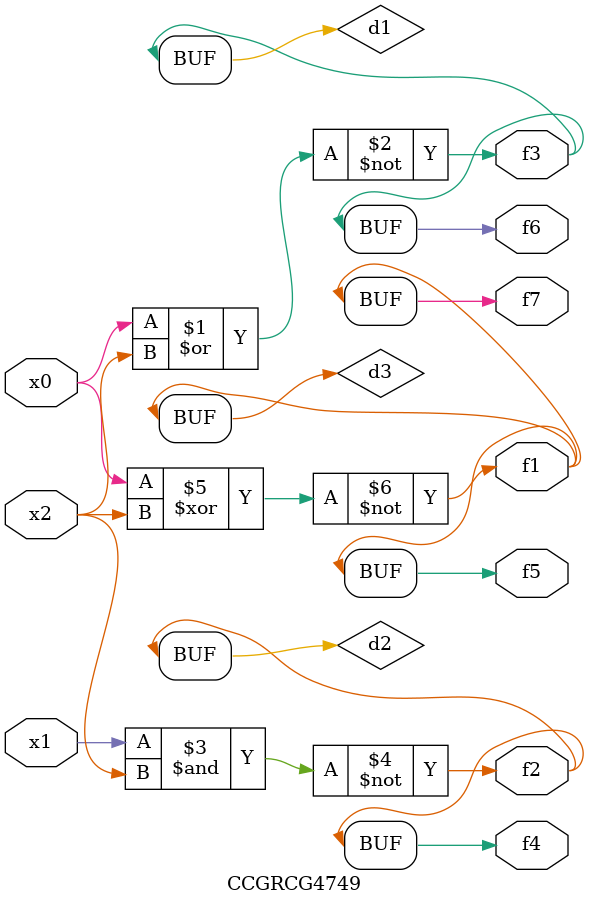
<source format=v>
module CCGRCG4749(
	input x0, x1, x2,
	output f1, f2, f3, f4, f5, f6, f7
);

	wire d1, d2, d3;

	nor (d1, x0, x2);
	nand (d2, x1, x2);
	xnor (d3, x0, x2);
	assign f1 = d3;
	assign f2 = d2;
	assign f3 = d1;
	assign f4 = d2;
	assign f5 = d3;
	assign f6 = d1;
	assign f7 = d3;
endmodule

</source>
